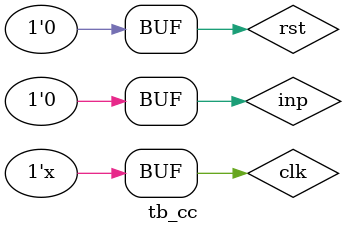
<source format=v>
`timescale 1us/1ns
module tb_cc();
	
    reg clk, inp, rst;
    wire [23:0]racc, acc, tc;
    coin_count cc1(clk, inp, rst, racc, acc, tc);
    
    always
    #0.5 clk = ~clk;
    
    initial begin
        clk = 1'b0;
        rst = 1'b1;
        inp = 1'b0;
    #10 rst = 1'b0;
    #100  inp = 1'b1;
    #5 inp = 1'b0;
    #1000 inp = 1'b1;
    #5 inp = 1'b0;
    end             
endmodule
</source>
